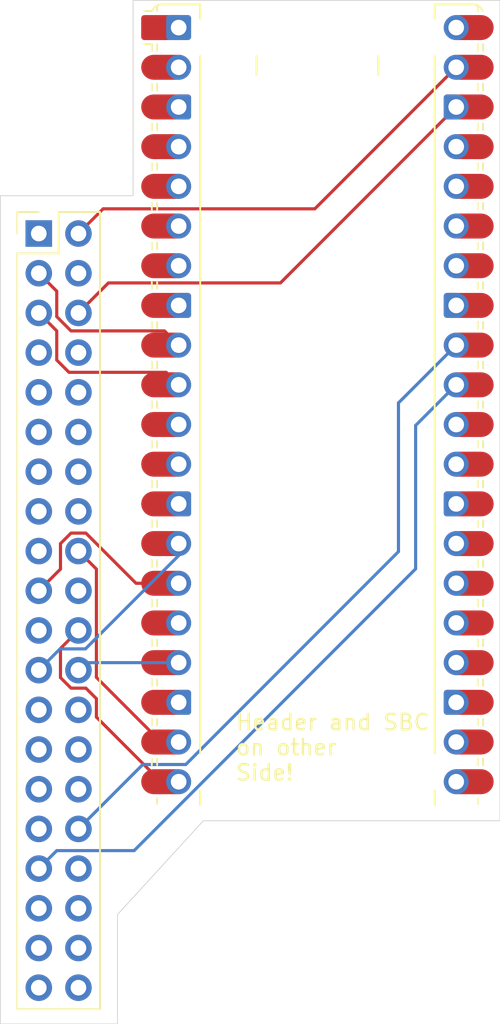
<source format=kicad_pcb>
(kicad_pcb (version 20241229) (generator "pcbnew") (generator_version "9.0")
  (layers (0 "F.Cu" signal) (2 "B.Cu" signal) (13 "F.Paste" user) (15 "B.Paste" user) (5 "F.SilkS" user "F.Silkscreen") (7 "B.SilkS" user "B.Silkscreen") (1 "F.Mask" user) (3 "B.Mask" user) (25 "Edge.Cuts" user))
  (net 0 "")
  (net 1 "GND")
  (net 6 "PWM_L")
  (net 7 "LCD_RST")
  (net 8 "I2C1_SCL")
  (net 11 "VSYS")
  (net 13 "SPI1_TX")
  (net 18 "SPI1_SCK")
  (net 25 "LCD_DC")
  (net 28 "I2C1_SDA")
  (net 30 "SPI1_CS")
  (net 32 "PWM_R")
  (net 36 "Net-(J2-3V3-Pad1)")
  (footprint "Module:RaspberryPi_Pico_Common_Unspecified" (layer "F.Cu") (at 112.31 89.87)
    (property "Reference" "A1" (hide yes))
    (property "Value" "RaspberryPi_Pico" (hide yes))
    (fp_line (start -10.61 -23.07) (end -11.09 -23.07) (stroke (width 0.12)) (layer "F.SilkS"))
    (fp_line (start -10.61 -23.07) (end -10.61 -22.65) (stroke (width 0.12)) (layer "F.SilkS"))
    (fp_line (start -10.61 -20.53) (end -10.61 -20.11) (stroke (width 0.12)) (layer "F.SilkS"))
    (fp_line (start -10.61 -17.99) (end -10.61 -17.57) (stroke (width 0.12)) (layer "F.SilkS"))
    (fp_line (start -10.61 -15.45) (end -10.61 -15.03) (stroke (width 0.12)) (layer "F.SilkS"))
    (fp_line (start -10.61 -12.91) (end -10.61 -12.49) (stroke (width 0.12)) (layer "F.SilkS"))
    (fp_line (start -10.61 -10.37) (end -10.61 -9.95) (stroke (width 0.12)) (layer "F.SilkS"))
    (fp_line (start -10.61 -7.83) (end -10.61 -7.41) (stroke (width 0.12)) (layer "F.SilkS"))
    (fp_line (start -10.61 -5.29) (end -10.61 -4.87) (stroke (width 0.12)) (layer "F.SilkS"))
    (fp_line (start -10.61 -2.75) (end -10.61 -2.33) (stroke (width 0.12)) (layer "F.SilkS"))
    (fp_line (start -10.61 -0.21) (end -10.61 0.21) (stroke (width 0.12)) (layer "F.SilkS"))
    (fp_line (start -10.61 2.33) (end -10.61 2.75) (stroke (width 0.12)) (layer "F.SilkS"))
    (fp_line (start -10.61 4.87) (end -10.61 5.29) (stroke (width 0.12)) (layer "F.SilkS"))
    (fp_line (start -10.61 7.41) (end -10.61 7.83) (stroke (width 0.12)) (layer "F.SilkS"))
    (fp_line (start -10.61 9.95) (end -10.61 10.37) (stroke (width 0.12)) (layer "F.SilkS"))
    (fp_line (start -10.61 12.49) (end -10.61 12.91) (stroke (width 0.12)) (layer "F.SilkS"))
    (fp_line (start -10.61 15.03) (end -10.61 15.45) (stroke (width 0.12)) (layer "F.SilkS"))
    (fp_line (start -10.61 17.57) (end -10.61 17.99) (stroke (width 0.12)) (layer "F.SilkS"))
    (fp_line (start -10.61 20.11) (end -10.61 20.53) (stroke (width 0.12)) (layer "F.SilkS"))
    (fp_line (start -10.61 22.65) (end -10.61 23.07) (stroke (width 0.12)) (layer "F.SilkS"))
    (fp_line (start -10.579676 -25.19) (end -11.09 -25.19) (stroke (width 0.12)) (layer "F.SilkS"))
    (fp_line (start -10.27 -25.189937) (end -10.27 -25.547) (stroke (width 0.12)) (layer "F.SilkS"))
    (fp_line (start -10.27 -23.07) (end -10.27 -22.65) (stroke (width 0.12)) (layer "F.SilkS"))
    (fp_line (start -10.27 -20.53) (end -10.27 -20.11) (stroke (width 0.12)) (layer "F.SilkS"))
    (fp_line (start -10.27 -17.99) (end -10.27 -17.57) (stroke (width 0.12)) (layer "F.SilkS"))
    (fp_line (start -10.27 -15.45) (end -10.27 -15.03) (stroke (width 0.12)) (layer "F.SilkS"))
    (fp_line (start -10.27 -12.91) (end -10.27 -12.49) (stroke (width 0.12)) (layer "F.SilkS"))
    (fp_line (start -10.27 -10.37) (end -10.27 -9.95) (stroke (width 0.12)) (layer "F.SilkS"))
    (fp_line (start -10.27 -7.83) (end -10.27 -7.41) (stroke (width 0.12)) (layer "F.SilkS"))
    (fp_line (start -10.27 -5.29) (end -10.27 -4.87) (stroke (width 0.12)) (layer "F.SilkS"))
    (fp_line (start -10.27 -2.75) (end -10.27 -2.33) (stroke (width 0.12)) (layer "F.SilkS"))
    (fp_line (start -10.27 -0.21) (end -10.27 0.21) (stroke (width 0.12)) (layer "F.SilkS"))
    (fp_line (start -10.27 2.33) (end -10.27 2.75) (stroke (width 0.12)) (layer "F.SilkS"))
    (fp_line (start -10.27 4.87) (end -10.27 5.29) (stroke (width 0.12)) (layer "F.SilkS"))
    (fp_line (start -10.27 7.41) (end -10.27 7.83) (stroke (width 0.12)) (layer "F.SilkS"))
    (fp_line (start -10.27 9.95) (end -10.27 10.37) (stroke (width 0.12)) (layer "F.SilkS"))
    (fp_line (start -10.27 12.49) (end -10.27 12.91) (stroke (width 0.12)) (layer "F.SilkS"))
    (fp_line (start -10.27 15.03) (end -10.27 15.45) (stroke (width 0.12)) (layer "F.SilkS"))
    (fp_line (start -10.27 17.57) (end -10.27 17.99) (stroke (width 0.12)) (layer "F.SilkS"))
    (fp_line (start -10.27 20.11) (end -10.27 20.53) (stroke (width 0.12)) (layer "F.SilkS"))
    (fp_line (start -10.27 22.65) (end -10.27 23.07) (stroke (width 0.12)) (layer "F.SilkS"))
    (fp_line (start -10.27 25.189937) (end -10.27 25.547) (stroke (width 0.12)) (layer "F.SilkS"))
    (fp_line (start -10 -25.61) (end -7.51 -25.61) (stroke (width 0.12)) (layer "F.SilkS"))
    (fp_line (start -7.51 -25.61) (end -7.51 -24.69648) (stroke (width 0.12)) (layer "F.SilkS"))
    (fp_line (start -7.51 -22.30352) (end -7.51 22.30352) (stroke (width 0.12)) (layer "F.SilkS"))
    (fp_line (start -7.51 24.69648) (end -7.51 25.61) (stroke (width 0.12)) (layer "F.SilkS"))
    (fp_line (start -3.9 -22.306) (end -3.9 -21.09) (stroke (width 0.12)) (layer "F.SilkS"))
    (fp_line (start 3.9 -22.306) (end 3.9 -21.09) (stroke (width 0.12)) (layer "F.SilkS"))
    (fp_line (start 7.51 -25.61) (end 7.51 -24.69648) (stroke (width 0.12)) (layer "F.SilkS"))
    (fp_line (start 7.51 -22.30352) (end 7.51 22.30352) (stroke (width 0.12)) (layer "F.SilkS"))
    (fp_line (start 7.51 24.69648) (end 7.51 25.61) (stroke (width 0.12)) (layer "F.SilkS"))
    (fp_line (start 10 -25.61) (end 7.51 -25.61) (stroke (width 0.12)) (layer "F.SilkS"))
    (fp_line (start 10.27 -25.189937) (end 10.27 -25.547) (stroke (width 0.12)) (layer "F.SilkS"))
    (fp_line (start 10.27 -23.07) (end 10.27 -22.65) (stroke (width 0.12)) (layer "F.SilkS"))
    (fp_line (start 10.27 -20.53) (end 10.27 -20.11) (stroke (width 0.12)) (layer "F.SilkS"))
    (fp_line (start 10.27 -17.99) (end 10.27 -17.57) (stroke (width 0.12)) (layer "F.SilkS"))
    (fp_line (start 10.27 -15.45) (end 10.27 -15.03) (stroke (width 0.12)) (layer "F.SilkS"))
    (fp_line (start 10.27 -12.91) (end 10.27 -12.49) (stroke (width 0.12)) (layer "F.SilkS"))
    (fp_line (start 10.27 -10.37) (end 10.27 -9.95) (stroke (width 0.12)) (layer "F.SilkS"))
    (fp_line (start 10.27 -7.83) (end 10.27 -7.41) (stroke (width 0.12)) (layer "F.SilkS"))
    (fp_line (start 10.27 -5.29) (end 10.27 -4.87) (stroke (width 0.12)) (layer "F.SilkS"))
    (fp_line (start 10.27 -2.75) (end 10.27 -2.33) (stroke (width 0.12)) (layer "F.SilkS"))
    (fp_line (start 10.27 -0.21) (end 10.27 0.21) (stroke (width 0.12)) (layer "F.SilkS"))
    (fp_line (start 10.27 2.33) (end 10.27 2.75) (stroke (width 0.12)) (layer "F.SilkS"))
    (fp_line (start 10.27 4.87) (end 10.27 5.29) (stroke (width 0.12)) (layer "F.SilkS"))
    (fp_line (start 10.27 7.41) (end 10.27 7.83) (stroke (width 0.12)) (layer "F.SilkS"))
    (fp_line (start 10.27 9.95) (end 10.27 10.37) (stroke (width 0.12)) (layer "F.SilkS"))
    (fp_line (start 10.27 12.49) (end 10.27 12.91) (stroke (width 0.12)) (layer "F.SilkS"))
    (fp_line (start 10.27 15.03) (end 10.27 15.45) (stroke (width 0.12)) (layer "F.SilkS"))
    (fp_line (start 10.27 17.57) (end 10.27 17.99) (stroke (width 0.12)) (layer "F.SilkS"))
    (fp_line (start 10.27 20.11) (end 10.27 20.53) (stroke (width 0.12)) (layer "F.SilkS"))
    (fp_line (start 10.27 22.65) (end 10.27 23.07) (stroke (width 0.12)) (layer "F.SilkS"))
    (fp_line (start 10.27 25.189937) (end 10.27 25.547) (stroke (width 0.12)) (layer "F.SilkS"))
    (fp_line (start 10.61 -23.07) (end 10.61 -22.65) (stroke (width 0.12)) (layer "F.SilkS"))
    (fp_line (start 10.61 -20.53) (end 10.61 -20.11) (stroke (width 0.12)) (layer "F.SilkS"))
    (fp_line (start 10.61 -17.99) (end 10.61 -17.57) (stroke (width 0.12)) (layer "F.SilkS"))
    (fp_line (start 10.61 -15.45) (end 10.61 -15.03) (stroke (width 0.12)) (layer "F.SilkS"))
    (fp_line (start 10.61 -12.91) (end 10.61 -12.49) (stroke (width 0.12)) (layer "F.SilkS"))
    (fp_line (start 10.61 -10.37) (end 10.61 -9.95) (stroke (width 0.12)) (layer "F.SilkS"))
    (fp_line (start 10.61 -7.83) (end 10.61 -7.41) (stroke (width 0.12)) (layer "F.SilkS"))
    (fp_line (start 10.61 -5.29) (end 10.61 -4.87) (stroke (width 0.12)) (layer "F.SilkS"))
    (fp_line (start 10.61 -2.75) (end 10.61 -2.33) (stroke (width 0.12)) (layer "F.SilkS"))
    (fp_line (start 10.61 -0.21) (end 10.61 0.21) (stroke (width 0.12)) (layer "F.SilkS"))
    (fp_line (start 10.61 2.33) (end 10.61 2.75) (stroke (width 0.12)) (layer "F.SilkS"))
    (fp_line (start 10.61 4.87) (end 10.61 5.29) (stroke (width 0.12)) (layer "F.SilkS"))
    (fp_line (start 10.61 7.41) (end 10.61 7.83) (stroke (width 0.12)) (layer "F.SilkS"))
    (fp_line (start 10.61 9.95) (end 10.61 10.37) (stroke (width 0.12)) (layer "F.SilkS"))
    (fp_line (start 10.61 12.49) (end 10.61 12.91) (stroke (width 0.12)) (layer "F.SilkS"))
    (fp_line (start 10.61 15.03) (end 10.61 15.45) (stroke (width 0.12)) (layer "F.SilkS"))
    (fp_line (start 10.61 17.57) (end 10.61 17.99) (stroke (width 0.12)) (layer "F.SilkS"))
    (fp_line (start 10.61 20.11) (end 10.61 20.53) (stroke (width 0.12)) (layer "F.SilkS"))
    (fp_line (start 10.61 22.65) (end 10.61 23.07) (stroke (width 0.12)) (layer "F.SilkS"))
    (fp_arc (start -10.579676 -25.19) (mid -10.357938 -25.493944) (end -10 -25.61) (stroke (width 0.12)) (layer "F.SilkS"))
    (fp_arc (start 10 -25.61) (mid 10.357937 -25.493944) (end 10.579676 -25.189937) (stroke (width 0.12)) (layer "F.SilkS"))
    (pad "1" smd custom (at -9.69 -24.13) (size 1.6 0.8) (layers "F.Cu" "F.Mask") (options (clearance outline) (anchor rect)) (primitives (gr_circle (center 0.8 0) (end 1.6 0) (width 0) (fill yes)) (gr_poly (pts (xy -1.6 -0.6) (xy -1.6 0.6) (xy -1.4 0.8) (xy 0.8 0.8) (xy 0.8 -0.8) (xy -1.4 -0.8)) (width 0) (fill yes)) (gr_circle (center -1.4 -0.6) (end -1.2 -0.6) (width 0) (fill yes)) (gr_circle (center -1.4 0.6) (end -1.2 0.6) (width 0) (fill yes))))
    (pad "1" thru_hole roundrect (at -8.89 -24.13) (size 1.6 1.6) (drill 1) (layers "*.Cu" "*.Mask") (roundrect_rratio 0.125))
    (pad "2" smd roundrect (at -9.69 -21.59) (size 3.2 1.6) (layers "F.Cu" "F.Mask") (roundrect_rratio 0.5))
    (pad "2" thru_hole circle (at -8.89 -21.59) (size 1.6 1.6) (drill 1) (layers "*.Cu" "*.Mask"))
    (pad "3" smd custom (at -9.69 -19.05) (size 1.6 0.8) (layers "F.Cu" "F.Mask") (net 1 "GND") (options (clearance outline) (anchor rect)) (primitives (gr_circle (center -0.8 0) (end 0 0) (width 0) (fill yes)) (gr_poly (pts (xy 1.6 -0.6) (xy 1.6 0.6) (xy 1.4 0.8) (xy -0.8 0.8) (xy -0.8 -0.8) (xy 1.4 -0.8)) (width 0) (fill yes)) (gr_circle (center 1.4 -0.6) (end 1.6 -0.6) (width 0) (fill yes)) (gr_circle (center 1.4 0.6) (end 1.6 0.6) (width 0) (fill yes))))
    (pad "3" thru_hole custom (at -8.89 -19.05) (size 1.6 1.6) (drill 1) (layers "*.Cu" "*.Mask") (net 1 "GND") (options (clearance outline) (anchor circle)) (primitives (gr_poly (pts (xy 0.8 0.6) (xy 0.8 -0.6) (xy 0.6 -0.8) (xy 0 -0.8) (xy 0 0.8) (xy 0.6 0.8)) (width 0) (fill yes)) (gr_circle (center 0.6 0.6) (end 0.8 0.6) (width 0) (fill yes)) (gr_circle (center 0.6 -0.6) (end 0.8 -0.6) (width 0) (fill yes))))
    (pad "4" smd roundrect (at -9.69 -16.51) (size 3.2 1.6) (layers "F.Cu" "F.Mask") (roundrect_rratio 0.5))
    (pad "4" thru_hole circle (at -8.89 -16.51) (size 1.6 1.6) (drill 1) (layers "*.Cu" "*.Mask"))
    (pad "5" smd roundrect (at -9.69 -13.97) (size 3.2 1.6) (layers "F.Cu" "F.Mask") (roundrect_rratio 0.5))
    (pad "5" thru_hole circle (at -8.89 -13.97) (size 1.6 1.6) (drill 1) (layers "*.Cu" "*.Mask"))
    (pad "6" smd roundrect (at -9.69 -11.43) (size 3.2 1.6) (layers "F.Cu" "F.Mask") (roundrect_rratio 0.5))
    (pad "6" thru_hole circle (at -8.89 -11.43) (size 1.6 1.6) (drill 1) (layers "*.Cu" "*.Mask"))
    (pad "7" smd roundrect (at -9.69 -8.89) (size 3.2 1.6) (layers "F.Cu" "F.Mask") (roundrect_rratio 0.5))
    (pad "7" thru_hole circle (at -8.89 -8.89) (size 1.6 1.6) (drill 1) (layers "*.Cu" "*.Mask"))
    (pad "8" smd custom (at -9.69 -6.35) (size 1.6 0.8) (layers "F.Cu" "F.Mask") (net 1 "GND") (options (clearance outline) (anchor rect)) (primitives (gr_circle (center -0.8 0) (end 0 0) (width 0) (fill yes)) (gr_poly (pts (xy 1.6 -0.6) (xy 1.6 0.6) (xy 1.4 0.8) (xy -0.8 0.8) (xy -0.8 -0.8) (xy 1.4 -0.8)) (width 0) (fill yes)) (gr_circle (center 1.4 -0.6) (end 1.6 -0.6) (width 0) (fill yes)) (gr_circle (center 1.4 0.6) (end 1.6 0.6) (width 0) (fill yes))))
    (pad "8" thru_hole custom (at -8.89 -6.35) (size 1.6 1.6) (drill 1) (layers "*.Cu" "*.Mask") (net 1 "GND") (options (clearance outline) (anchor circle)) (primitives (gr_poly (pts (xy 0.8 0.6) (xy 0.8 -0.6) (xy 0.6 -0.8) (xy 0 -0.8) (xy 0 0.8) (xy 0.6 0.8)) (width 0) (fill yes)) (gr_circle (center 0.6 0.6) (end 0.8 0.6) (width 0) (fill yes)) (gr_circle (center 0.6 -0.6) (end 0.8 -0.6) (width 0) (fill yes))))
    (pad "9" smd roundrect (at -9.69 -3.81) (size 3.2 1.6) (layers "F.Cu" "F.Mask") (roundrect_rratio 0.5) (net 28 "I2C1_SDA"))
    (pad "9" thru_hole circle (at -8.89 -3.81) (size 1.6 1.6) (drill 1) (layers "*.Cu" "*.Mask") (net 28 "I2C1_SDA"))
    (pad "10" smd roundrect (at -9.69 -1.27) (size 3.2 1.6) (layers "F.Cu" "F.Mask") (roundrect_rratio 0.5) (net 8 "I2C1_SCL"))
    (pad "10" thru_hole circle (at -8.89 -1.27) (size 1.6 1.6) (drill 1) (layers "*.Cu" "*.Mask") (net 8 "I2C1_SCL"))
    (pad "11" smd roundrect (at -9.69 1.27) (size 3.2 1.6) (layers "F.Cu" "F.Mask") (roundrect_rratio 0.5))
    (pad "11" thru_hole circle (at -8.89 1.27) (size 1.6 1.6) (drill 1) (layers "*.Cu" "*.Mask"))
    (pad "12" smd roundrect (at -9.69 3.81) (size 3.2 1.6) (layers "F.Cu" "F.Mask") (roundrect_rratio 0.5))
    (pad "12" thru_hole circle (at -8.89 3.81) (size 1.6 1.6) (drill 1) (layers "*.Cu" "*.Mask"))
    (pad "13" smd custom (at -9.69 6.35) (size 1.6 0.8) (layers "F.Cu" "F.Mask") (net 1 "GND") (options (clearance outline) (anchor rect)) (primitives (gr_circle (center -0.8 0) (end 0 0) (width 0) (fill yes)) (gr_poly (pts (xy 1.6 -0.6) (xy 1.6 0.6) (xy 1.4 0.8) (xy -0.8 0.8) (xy -0.8 -0.8) (xy 1.4 -0.8)) (width 0) (fill yes)) (gr_circle (center 1.4 -0.6) (end 1.6 -0.6) (width 0) (fill yes)) (gr_circle (center 1.4 0.6) (end 1.6 0.6) (width 0) (fill yes))))
    (pad "13" thru_hole custom (at -8.89 6.35) (size 1.6 1.6) (drill 1) (layers "*.Cu" "*.Mask") (net 1 "GND") (options (clearance outline) (anchor circle)) (primitives (gr_poly (pts (xy 0.8 0.6) (xy 0.8 -0.6) (xy 0.6 -0.8) (xy 0 -0.8) (xy 0 0.8) (xy 0.6 0.8)) (width 0) (fill yes)) (gr_circle (center 0.6 0.6) (end 0.8 0.6) (width 0) (fill yes)) (gr_circle (center 0.6 -0.6) (end 0.8 -0.6) (width 0) (fill yes))))
    (pad "14" smd roundrect (at -9.69 8.89) (size 3.2 1.6) (layers "F.Cu" "F.Mask") (roundrect_rratio 0.5) (net 18 "SPI1_SCK"))
    (pad "14" thru_hole circle (at -8.89 8.89) (size 1.6 1.6) (drill 1) (layers "*.Cu" "*.Mask") (net 18 "SPI1_SCK"))
    (pad "15" smd roundrect (at -9.69 11.43) (size 3.2 1.6) (layers "F.Cu" "F.Mask") (roundrect_rratio 0.5) (net 13 "SPI1_TX"))
    (pad "15" thru_hole circle (at -8.89 11.43) (size 1.6 1.6) (drill 1) (layers "*.Cu" "*.Mask") (net 13 "SPI1_TX"))
    (pad "16" smd roundrect (at -9.69 13.97) (size 3.2 1.6) (layers "F.Cu" "F.Mask") (roundrect_rratio 0.5))
    (pad "16" thru_hole circle (at -8.89 13.97) (size 1.6 1.6) (drill 1) (layers "*.Cu" "*.Mask"))
    (pad "17" smd roundrect (at -9.69 16.51) (size 3.2 1.6) (layers "F.Cu" "F.Mask") (roundrect_rratio 0.5) (net 30 "SPI1_CS"))
    (pad "17" thru_hole circle (at -8.89 16.51) (size 1.6 1.6) (drill 1) (layers "*.Cu" "*.Mask") (net 30 "SPI1_CS"))
    (pad "18" smd custom (at -9.69 19.05) (size 1.6 0.8) (layers "F.Cu" "F.Mask") (net 1 "GND") (options (clearance outline) (anchor rect)) (primitives (gr_circle (center -0.8 0) (end 0 0) (width 0) (fill yes)) (gr_poly (pts (xy 1.6 -0.6) (xy 1.6 0.6) (xy 1.4 0.8) (xy -0.8 0.8) (xy -0.8 -0.8) (xy 1.4 -0.8)) (width 0) (fill yes)) (gr_circle (center 1.4 -0.6) (end 1.6 -0.6) (width 0) (fill yes)) (gr_circle (center 1.4 0.6) (end 1.6 0.6) (width 0) (fill yes))))
    (pad "18" thru_hole custom (at -8.89 19.05) (size 1.6 1.6) (drill 1) (layers "*.Cu" "*.Mask") (net 1 "GND") (options (clearance outline) (anchor circle)) (primitives (gr_poly (pts (xy 0.8 0.6) (xy 0.8 -0.6) (xy 0.6 -0.8) (xy 0 -0.8) (xy 0 0.8) (xy 0.6 0.8)) (width 0) (fill yes)) (gr_circle (center 0.6 0.6) (end 0.8 0.6) (width 0) (fill yes)) (gr_circle (center 0.6 -0.6) (end 0.8 -0.6) (width 0) (fill yes))))
    (pad "19" smd roundrect (at -9.69 21.59) (size 3.2 1.6) (layers "F.Cu" "F.Mask") (roundrect_rratio 0.5) (net 25 "LCD_DC"))
    (pad "19" thru_hole circle (at -8.89 21.59) (size 1.6 1.6) (drill 1) (layers "*.Cu" "*.Mask") (net 25 "LCD_DC"))
    (pad "20" smd roundrect (at -9.69 24.13) (size 3.2 1.6) (layers "F.Cu" "F.Mask") (roundrect_rratio 0.5) (net 7 "LCD_RST"))
    (pad "20" thru_hole circle (at -8.89 24.13) (size 1.6 1.6) (drill 1) (layers "*.Cu" "*.Mask") (net 7 "LCD_RST"))
    (pad "21" thru_hole circle (at 8.89 24.13) (size 1.6 1.6) (drill 1) (layers "*.Cu" "*.Mask"))
    (pad "21" smd roundrect (at 9.69 24.13) (size 3.2 1.6) (layers "F.Cu" "F.Mask") (roundrect_rratio 0.5))
    (pad "22" thru_hole circle (at 8.89 21.59) (size 1.6 1.6) (drill 1) (layers "*.Cu" "*.Mask"))
    (pad "22" smd roundrect (at 9.69 21.59) (size 3.2 1.6) (layers "F.Cu" "F.Mask") (roundrect_rratio 0.5))
    (pad "23" thru_hole custom (at 8.89 19.05) (size 1.6 1.6) (drill 1) (layers "*.Cu" "*.Mask") (net 1 "GND") (options (clearance outline) (anchor circle)) (primitives (gr_poly (pts (xy -0.8 0.6) (xy -0.8 -0.6) (xy -0.6 -0.8) (xy 0 -0.8) (xy 0 0.8) (xy -0.6 0.8)) (width 0) (fill yes)) (gr_circle (center -0.6 0.6) (end -0.4 0.6) (width 0) (fill yes)) (gr_circle (center -0.6 -0.6) (end -0.4 -0.6) (width 0) (fill yes))))
    (pad "23" smd custom (at 9.69 19.05) (size 1.6 0.8) (layers "F.Cu" "F.Mask") (net 1 "GND") (options (clearance outline) (anchor rect)) (primitives (gr_circle (center 0.8 0) (end 1.6 0) (width 0) (fill yes)) (gr_poly (pts (xy -1.6 -0.6) (xy -1.6 0.6) (xy -1.4 0.8) (xy 0.8 0.8) (xy 0.8 -0.8) (xy -1.4 -0.8)) (width 0) (fill yes)) (gr_circle (center -1.4 -0.6) (end -1.2 -0.6) (width 0) (fill yes)) (gr_circle (center -1.4 0.6) (end -1.2 0.6) (width 0) (fill yes))))
    (pad "24" thru_hole circle (at 8.89 16.51) (size 1.6 1.6) (drill 1) (layers "*.Cu" "*.Mask"))
    (pad "24" smd roundrect (at 9.69 16.51) (size 3.2 1.6) (layers "F.Cu" "F.Mask") (roundrect_rratio 0.5))
    (pad "25" thru_hole circle (at 8.89 13.97) (size 1.6 1.6) (drill 1) (layers "*.Cu" "*.Mask"))
    (pad "25" smd roundrect (at 9.69 13.97) (size 3.2 1.6) (layers "F.Cu" "F.Mask") (roundrect_rratio 0.5))
    (pad "26" thru_hole circle (at 8.89 11.43) (size 1.6 1.6) (drill 1) (layers "*.Cu" "*.Mask"))
    (pad "26" smd roundrect (at 9.69 11.43) (size 3.2 1.6) (layers "F.Cu" "F.Mask") (roundrect_rratio 0.5))
    (pad "27" thru_hole circle (at 8.89 8.89) (size 1.6 1.6) (drill 1) (layers "*.Cu" "*.Mask"))
    (pad "27" smd roundrect (at 9.69 8.89) (size 3.2 1.6) (layers "F.Cu" "F.Mask") (roundrect_rratio 0.5))
    (pad "28" thru_hole custom (at 8.89 6.35) (size 1.6 1.6) (drill 1) (layers "*.Cu" "*.Mask") (net 1 "GND") (options (clearance outline) (anchor circle)) (primitives (gr_poly (pts (xy -0.8 0.6) (xy -0.8 -0.6) (xy -0.6 -0.8) (xy 0 -0.8) (xy 0 0.8) (xy -0.6 0.8)) (width 0) (fill yes)) (gr_circle (center -0.6 0.6) (end -0.4 0.6) (width 0) (fill yes)) (gr_circle (center -0.6 -0.6) (end -0.4 -0.6) (width 0) (fill yes))))
    (pad "28" smd custom (at 9.69 6.35) (size 1.6 0.8) (layers "F.Cu" "F.Mask") (net 1 "GND") (options (clearance outline) (anchor rect)) (primitives (gr_circle (center 0.8 0) (end 1.6 0) (width 0) (fill yes)) (gr_poly (pts (xy -1.6 -0.6) (xy -1.6 0.6) (xy -1.4 0.8) (xy 0.8 0.8) (xy 0.8 -0.8) (xy -1.4 -0.8)) (width 0) (fill yes)) (gr_circle (center -1.4 -0.6) (end -1.2 -0.6) (width 0) (fill yes)) (gr_circle (center -1.4 0.6) (end -1.2 0.6) (width 0) (fill yes))))
    (pad "29" thru_hole circle (at 8.89 3.81) (size 1.6 1.6) (drill 1) (layers "*.Cu" "*.Mask"))
    (pad "29" smd roundrect (at 9.69 3.81) (size 3.2 1.6) (layers "F.Cu" "F.Mask") (roundrect_rratio 0.5))
    (pad "30" thru_hole circle (at 8.89 1.27) (size 1.6 1.6) (drill 1) (layers "*.Cu" "*.Mask"))
    (pad "30" smd roundrect (at 9.69 1.27) (size 3.2 1.6) (layers "F.Cu" "F.Mask") (roundrect_rratio 0.5))
    (pad "31" thru_hole circle (at 8.89 -1.27) (size 1.6 1.6) (drill 1) (layers "*.Cu" "*.Mask") (net 32 "PWM_R"))
    (pad "31" smd roundrect (at 9.69 -1.27) (size 3.2 1.6) (layers "F.Cu" "F.Mask") (roundrect_rratio 0.5) (net 32 "PWM_R"))
    (pad "32" thru_hole circle (at 8.89 -3.81) (size 1.6 1.6) (drill 1) (layers "*.Cu" "*.Mask") (net 6 "PWM_L"))
    (pad "32" smd roundrect (at 9.69 -3.81) (size 3.2 1.6) (layers "F.Cu" "F.Mask") (roundrect_rratio 0.5) (net 6 "PWM_L"))
    (pad "33" thru_hole custom (at 8.89 -6.35) (size 1.6 1.6) (drill 1) (layers "*.Cu" "*.Mask") (options (clearance outline) (anchor circle)) (primitives (gr_poly (pts (xy -0.8 0.6) (xy -0.8 -0.6) (xy -0.6 -0.8) (xy 0 -0.8) (xy 0 0.8) (xy -0.6 0.8)) (width 0) (fill yes)) (gr_circle (center -0.6 0.6) (end -0.4 0.6) (width 0) (fill yes)) (gr_circle (center -0.6 -0.6) (end -0.4 -0.6) (width 0) (fill yes))))
    (pad "33" smd custom (at 9.69 -6.35) (size 1.6 0.8) (layers "F.Cu" "F.Mask") (options (clearance outline) (anchor rect)) (primitives (gr_circle (center 0.8 0) (end 1.6 0) (width 0) (fill yes)) (gr_poly (pts (xy -1.6 -0.6) (xy -1.6 0.6) (xy -1.4 0.8) (xy 0.8 0.8) (xy 0.8 -0.8) (xy -1.4 -0.8)) (width 0) (fill yes)) (gr_circle (center -1.4 -0.6) (end -1.2 -0.6) (width 0) (fill yes)) (gr_circle (center -1.4 0.6) (end -1.2 0.6) (width 0) (fill yes))))
    (pad "34" thru_hole circle (at 8.89 -8.89) (size 1.6 1.6) (drill 1) (layers "*.Cu" "*.Mask"))
    (pad "34" smd roundrect (at 9.69 -8.89) (size 3.2 1.6) (layers "F.Cu" "F.Mask") (roundrect_rratio 0.5))
    (pad "35" thru_hole circle (at 8.89 -11.43) (size 1.6 1.6) (drill 1) (layers "*.Cu" "*.Mask"))
    (pad "35" smd roundrect (at 9.69 -11.43) (size 3.2 1.6) (layers "F.Cu" "F.Mask") (roundrect_rratio 0.5))
    (pad "36" thru_hole circle (at 8.89 -13.97) (size 1.6 1.6) (drill 1) (layers "*.Cu" "*.Mask"))
    (pad "36" smd roundrect (at 9.69 -13.97) (size 3.2 1.6) (layers "F.Cu" "F.Mask") (roundrect_rratio 0.5))
    (pad "37" thru_hole circle (at 8.89 -16.51) (size 1.6 1.6) (drill 1) (layers "*.Cu" "*.Mask"))
    (pad "37" smd roundrect (at 9.69 -16.51) (size 3.2 1.6) (layers "F.Cu" "F.Mask") (roundrect_rratio 0.5))
    (pad "38" thru_hole custom (at 8.89 -19.05) (size 1.6 1.6) (drill 1) (layers "*.Cu" "*.Mask") (net 1 "GND") (options (clearance outline) (anchor circle)) (primitives (gr_poly (pts (xy -0.8 0.6) (xy -0.8 -0.6) (xy -0.6 -0.8) (xy 0 -0.8) (xy 0 0.8) (xy -0.6 0.8)) (width 0) (fill yes)) (gr_circle (center -0.6 0.6) (end -0.4 0.6) (width 0) (fill yes)) (gr_circle (center -0.6 -0.6) (end -0.4 -0.6) (width 0) (fill yes))))
    (pad "38" smd custom (at 9.69 -19.05) (size 1.6 0.8) (layers "F.Cu" "F.Mask") (net 1 "GND") (options (clearance outline) (anchor rect)) (primitives (gr_circle (center 0.8 0) (end 1.6 0) (width 0) (fill yes)) (gr_poly (pts (xy -1.6 -0.6) (xy -1.6 0.6) (xy -1.4 0.8) (xy 0.8 0.8) (xy 0.8 -0.8) (xy -1.4 -0.8)) (width 0) (fill yes)) (gr_circle (center -1.4 -0.6) (end -1.2 -0.6) (width 0) (fill yes)) (gr_circle (center -1.4 0.6) (end -1.2 0.6) (width 0) (fill yes))))
    (pad "39" thru_hole circle (at 8.89 -21.59) (size 1.6 1.6) (drill 1) (layers "*.Cu" "*.Mask") (net 11 "VSYS"))
    (pad "39" smd roundrect (at 9.69 -21.59) (size 3.2 1.6) (layers "F.Cu" "F.Mask") (roundrect_rratio 0.5) (net 11 "VSYS"))
    (pad "40" thru_hole circle (at 8.89 -24.13) (size 1.6 1.6) (drill 1) (layers "*.Cu" "*.Mask"))
    (pad "40" smd roundrect (at 9.69 -24.13) (size 3.2 1.6) (layers "F.Cu" "F.Mask") (roundrect_rratio 0.5))
  )
  (footprint "Connector_PinHeader_2.54mm:PinHeader_2x20_P2.54mm_Vertical" (layer "F.Cu") (at 94.46 78.92)
    (property "Reference" "J2" (hide yes))
    (property "Value" "Raspberry_Pi_2_3" (hide yes))
    (fp_line (start -1.38 -1.38) (end 0 -1.38) (stroke (width 0.12)) (layer "F.SilkS"))
    (fp_line (start -1.38 0) (end -1.38 -1.38) (stroke (width 0.12)) (layer "F.SilkS"))
    (fp_line (start -1.38 1.27) (end -1.38 49.64) (stroke (width 0.12)) (layer "F.SilkS"))
    (fp_line (start -1.38 1.27) (end 1.27 1.27) (stroke (width 0.12)) (layer "F.SilkS"))
    (fp_line (start -1.38 49.64) (end 3.92 49.64) (stroke (width 0.12)) (layer "F.SilkS"))
    (fp_line (start 1.27 -1.38) (end 3.92 -1.38) (stroke (width 0.12)) (layer "F.SilkS"))
    (fp_line (start 1.27 1.27) (end 1.27 -1.38) (stroke (width 0.12)) (layer "F.SilkS"))
    (fp_line (start 3.92 -1.38) (end 3.92 49.64) (stroke (width 0.12)) (layer "F.SilkS"))
    (pad "1" thru_hole rect (at 0 0) (size 1.7 1.7) (drill 1) (layers "*.Cu" "*.Mask") (net 36 "Net-(J2-3V3-Pad1)"))
    (pad "2" thru_hole circle (at 2.54 0) (size 1.7 1.7) (drill 1) (layers "*.Cu" "*.Mask") (net 11 "VSYS"))
    (pad "3" thru_hole circle (at 0 2.54) (size 1.7 1.7) (drill 1) (layers "*.Cu" "*.Mask") (net 28 "I2C1_SDA"))
    (pad "4" thru_hole circle (at 2.54 2.54) (size 1.7 1.7) (drill 1) (layers "*.Cu" "*.Mask") (net 11 "VSYS"))
    (pad "5" thru_hole circle (at 0 5.08) (size 1.7 1.7) (drill 1) (layers "*.Cu" "*.Mask") (net 8 "I2C1_SCL"))
    (pad "6" thru_hole circle (at 2.54 5.08) (size 1.7 1.7) (drill 1) (layers "*.Cu" "*.Mask") (net 1 "GND"))
    (pad "7" thru_hole circle (at 0 7.62) (size 1.7 1.7) (drill 1) (layers "*.Cu" "*.Mask"))
    (pad "8" thru_hole circle (at 2.54 7.62) (size 1.7 1.7) (drill 1) (layers "*.Cu" "*.Mask"))
    (pad "9" thru_hole circle (at 0 10.16) (size 1.7 1.7) (drill 1) (layers "*.Cu" "*.Mask") (net 1 "GND"))
    (pad "10" thru_hole circle (at 2.54 10.16) (size 1.7 1.7) (drill 1) (layers "*.Cu" "*.Mask"))
    (pad "11" thru_hole circle (at 0 12.7) (size 1.7 1.7) (drill 1) (layers "*.Cu" "*.Mask"))
    (pad "12" thru_hole circle (at 2.54 12.7) (size 1.7 1.7) (drill 1) (layers "*.Cu" "*.Mask"))
    (pad "13" thru_hole circle (at 0 15.24) (size 1.7 1.7) (drill 1) (layers "*.Cu" "*.Mask"))
    (pad "14" thru_hole circle (at 2.54 15.24) (size 1.7 1.7) (drill 1) (layers "*.Cu" "*.Mask") (net 1 "GND"))
    (pad "15" thru_hole circle (at 0 17.78) (size 1.7 1.7) (drill 1) (layers "*.Cu" "*.Mask"))
    (pad "16" thru_hole circle (at 2.54 17.78) (size 1.7 1.7) (drill 1) (layers "*.Cu" "*.Mask"))
    (pad "17" thru_hole circle (at 0 20.32) (size 1.7 1.7) (drill 1) (layers "*.Cu" "*.Mask") (net 36 "Net-(J2-3V3-Pad1)"))
    (pad "18" thru_hole circle (at 2.54 20.32) (size 1.7 1.7) (drill 1) (layers "*.Cu" "*.Mask") (net 25 "LCD_DC"))
    (pad "19" thru_hole circle (at 0 22.86) (size 1.7 1.7) (drill 1) (layers "*.Cu" "*.Mask") (net 13 "SPI1_TX"))
    (pad "20" thru_hole circle (at 2.54 22.86) (size 1.7 1.7) (drill 1) (layers "*.Cu" "*.Mask") (net 1 "GND"))
    (pad "21" thru_hole circle (at 0 25.4) (size 1.7 1.7) (drill 1) (layers "*.Cu" "*.Mask"))
    (pad "22" thru_hole circle (at 2.54 25.4) (size 1.7 1.7) (drill 1) (layers "*.Cu" "*.Mask") (net 7 "LCD_RST"))
    (pad "23" thru_hole circle (at 0 27.94) (size 1.7 1.7) (drill 1) (layers "*.Cu" "*.Mask") (net 18 "SPI1_SCK"))
    (pad "24" thru_hole circle (at 2.54 27.94) (size 1.7 1.7) (drill 1) (layers "*.Cu" "*.Mask") (net 30 "SPI1_CS"))
    (pad "25" thru_hole circle (at 0 30.48) (size 1.7 1.7) (drill 1) (layers "*.Cu" "*.Mask") (net 1 "GND"))
    (pad "26" thru_hole circle (at 2.54 30.48) (size 1.7 1.7) (drill 1) (layers "*.Cu" "*.Mask"))
    (pad "27" thru_hole circle (at 0 33.02) (size 1.7 1.7) (drill 1) (layers "*.Cu" "*.Mask"))
    (pad "28" thru_hole circle (at 2.54 33.02) (size 1.7 1.7) (drill 1) (layers "*.Cu" "*.Mask"))
    (pad "29" thru_hole circle (at 0 35.56) (size 1.7 1.7) (drill 1) (layers "*.Cu" "*.Mask"))
    (pad "30" thru_hole circle (at 2.54 35.56) (size 1.7 1.7) (drill 1) (layers "*.Cu" "*.Mask") (net 1 "GND"))
    (pad "31" thru_hole circle (at 0 38.1) (size 1.7 1.7) (drill 1) (layers "*.Cu" "*.Mask"))
    (pad "32" thru_hole circle (at 2.54 38.1) (size 1.7 1.7) (drill 1) (layers "*.Cu" "*.Mask") (net 6 "PWM_L"))
    (pad "33" thru_hole circle (at 0 40.64) (size 1.7 1.7) (drill 1) (layers "*.Cu" "*.Mask") (net 32 "PWM_R"))
    (pad "34" thru_hole circle (at 2.54 40.64) (size 1.7 1.7) (drill 1) (layers "*.Cu" "*.Mask") (net 1 "GND"))
    (pad "35" thru_hole circle (at 0 43.18) (size 1.7 1.7) (drill 1) (layers "*.Cu" "*.Mask"))
    (pad "36" thru_hole circle (at 2.54 43.18) (size 1.7 1.7) (drill 1) (layers "*.Cu" "*.Mask"))
    (pad "37" thru_hole circle (at 0 45.72) (size 1.7 1.7) (drill 1) (layers "*.Cu" "*.Mask"))
    (pad "38" thru_hole circle (at 2.54 45.72) (size 1.7 1.7) (drill 1) (layers "*.Cu" "*.Mask"))
    (pad "39" thru_hole circle (at 0 48.26) (size 1.7 1.7) (drill 1) (layers "*.Cu" "*.Mask") (net 1 "GND"))
    (pad "40" thru_hole circle (at 2.54 48.26) (size 1.7 1.7) (drill 1) (layers "*.Cu" "*.Mask"))
  )
  (gr_line (start 124 64) (end 124 116.5) (stroke (width 0.05)) (layer "Edge.Cuts"))
  (gr_line (start 124 116.5) (end 105 116.5) (stroke (width 0.05)) (layer "Edge.Cuts"))
  (gr_line (start 99.5 129.5) (end 92 129.5) (stroke (width 0.05)) (layer "Edge.Cuts"))
  (gr_line (start 100.5 64) (end 124 64) (stroke (width 0.05)) (layer "Edge.Cuts"))
  (gr_line (start 92 129.5) (end 92 76.5) (stroke (width 0.05)) (layer "Edge.Cuts"))
  (gr_line (start 99.5 122.5) (end 99.5 129.5) (stroke (width 0.05)) (layer "Edge.Cuts"))
  (gr_line (start 105 116.5) (end 99.5 122.5) (stroke (width 0.05)) (layer "Edge.Cuts"))
  (gr_line (start 92 76.5) (end 100.5 76.5) (stroke (width 0.05)) (layer "Edge.Cuts"))
  (gr_line (start 100.5 76.5) (end 100.5 64) (stroke (width 0.05)) (layer "Edge.Cuts"))
  (gr_text "Header and SBC\non other\nSide!" (at 107 114 0) (layer "F.SilkS") (effects (font (size 1 1)) (justify left bottom)))
  (segment (start 121.2 70.82) (end 109.939 82.081) (width 0.2) (layer "F.Cu") (net 1))
  (segment (start 98.919 82.081) (end 97 84) (width 0.2) (layer "F.Cu") (net 1))
  (segment (start 109.939 82.081) (end 98.919 82.081) (width 0.2) (layer "F.Cu") (net 1))
  (segment (start 121.2 86.06) (end 117.5 89.76) (width 0.2) (layer "B.Cu") (net 6))
  (segment (start 117.5 89.76) (end 117.5 99.27505) (width 0.2) (layer "B.Cu") (net 6))
  (segment (start 103.87605 112.899) (end 101.121 112.899) (width 0.2) (layer "B.Cu") (net 6))
  (segment (start 101.121 112.899) (end 97 117.02) (width 0.2) (layer "B.Cu") (net 6))
  (segment (start 117.5 99.27505) (end 103.87605 112.899) (width 0.2) (layer "B.Cu") (net 6))
  (segment (start 98.151 109.86237) (end 98.151 108.68524) (width 0.2) (layer "F.Cu") (net 7))
  (segment (start 102.28863 114) (end 98.151 109.86237) (width 0.2) (layer "F.Cu") (net 7))
  (segment (start 96.52324 108.011) (end 95.849 107.33676) (width 0.2) (layer "F.Cu") (net 7))
  (segment (start 95.849 107.33676) (end 95.849 105.471) (width 0.2) (layer "F.Cu") (net 7))
  (segment (start 103.42 114) (end 102.28863 114) (width 0.2) (layer "F.Cu") (net 7))
  (segment (start 97.47676 108.011) (end 96.52324 108.011) (width 0.2) (layer "F.Cu") (net 7))
  (segment (start 98.151 108.68524) (end 97.47676 108.011) (width 0.2) (layer "F.Cu") (net 7))
  (segment (start 95.849 105.471) (end 97 104.32) (width 0.2) (layer "F.Cu") (net 7))
  (segment (start 95.611 87.01676) (end 95.611 85.151) (width 0.2) (layer "F.Cu") (net 8))
  (segment (start 96.394241 87.800001) (end 95.611 87.01676) (width 0.2) (layer "F.Cu") (net 8))
  (segment (start 95.611 85.151) (end 94.46 84) (width 0.2) (layer "F.Cu") (net 8))
  (segment (start 102.620001 87.800001) (end 96.394241 87.800001) (width 0.2) (layer "F.Cu") (net 8))
  (segment (start 103.42 88.6) (end 102.620001 87.800001) (width 0.2) (layer "F.Cu") (net 8))
  (segment (start 112.141 77.339) (end 98.581 77.339) (width 0.2) (layer "F.Cu") (net 11))
  (segment (start 98.581 77.339) (end 97 78.92) (width 0.2) (layer "F.Cu") (net 11))
  (segment (start 121.2 68.28) (end 112.141 77.339) (width 0.2) (layer "F.Cu") (net 11))
  (segment (start 100.68776 101.3) (end 97.47676 98.089) (width 0.2) (layer "F.Cu") (net 13))
  (segment (start 95.849 100.391) (end 94.46 101.78) (width 0.2) (layer "F.Cu") (net 13))
  (segment (start 95.849 98.76324) (end 95.849 100.391) (width 0.2) (layer "F.Cu") (net 13))
  (segment (start 96.52324 98.089) (end 95.849 98.76324) (width 0.2) (layer "F.Cu") (net 13))
  (segment (start 103.42 101.3) (end 100.68776 101.3) (width 0.2) (layer "F.Cu") (net 13))
  (segment (start 97.47676 98.089) (end 96.52324 98.089) (width 0.2) (layer "F.Cu") (net 13))
  (segment (start 97.44776 105.5) (end 95.82 105.5) (width 0.2) (layer "B.Cu") (net 18))
  (segment (start 103.42 98.76) (end 103.42 99.52776) (width 0.2) (layer "B.Cu") (net 18))
  (segment (start 103.42 99.52776) (end 97.44776 105.5) (width 0.2) (layer "B.Cu") (net 18))
  (segment (start 95.82 105.5) (end 94.46 106.86) (width 0.2) (layer "B.Cu") (net 18))
  (segment (start 98.151 107.32237) (end 98.151 100.391) (width 0.2) (layer "F.Cu") (net 25))
  (segment (start 98.151 100.391) (end 97 99.24) (width 0.2) (layer "F.Cu") (net 25))
  (segment (start 103.42 111.46) (end 102.28863 111.46) (width 0.2) (layer "F.Cu") (net 25))
  (segment (start 102.28863 111.46) (end 98.151 107.32237) (width 0.2) (layer "F.Cu") (net 25))
  (segment (start 103.42 86.06) (end 102.511 85.151) (width 0.2) (layer "F.Cu") (net 28))
  (segment (start 95.611 84.23876) (end 95.611 82.611) (width 0.2) (layer "F.Cu") (net 28))
  (segment (start 95.611 82.611) (end 94.46 81.46) (width 0.2) (layer "F.Cu") (net 28))
  (segment (start 102.511 85.151) (end 96.52324 85.151) (width 0.2) (layer "F.Cu") (net 28))
  (segment (start 96.52324 85.151) (end 95.611 84.23876) (width 0.2) (layer "F.Cu") (net 28))
  (segment (start 97.48 106.38) (end 97 106.86) (width 0.2) (layer "B.Cu") (net 30))
  (segment (start 103.42 106.38) (end 97.48 106.38) (width 0.2) (layer "B.Cu") (net 30))
  (segment (start 100.56805 118.409) (end 95.611 118.409) (width 0.2) (layer "B.Cu") (net 32))
  (segment (start 118.599 91.201) (end 118.599 100.37805) (width 0.2) (layer "B.Cu") (net 32))
  (segment (start 118.599 100.37805) (end 100.56805 118.409) (width 0.2) (layer "B.Cu") (net 32))
  (segment (start 121.2 88.6) (end 118.599 91.201) (width 0.2) (layer "B.Cu") (net 32))
  (segment (start 95.611 118.409) (end 94.46 119.56) (width 0.2) (layer "B.Cu") (net 32))
)
</source>
